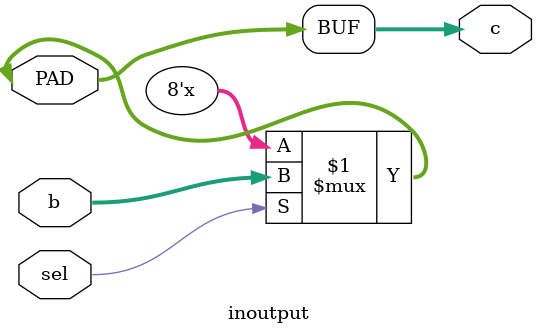
<source format=v>



module inoutput(PAD,b,c,sel);

input 	  [7:0] b;
input 	  sel;
inout  	  [7:0] PAD;
output    [7:0] c;


wire 	  [7:0] PAD,b,c;
wire sel;

assign PAD = (sel)? b: 8'bz;
assign c = PAD;

endmodule	


</source>
